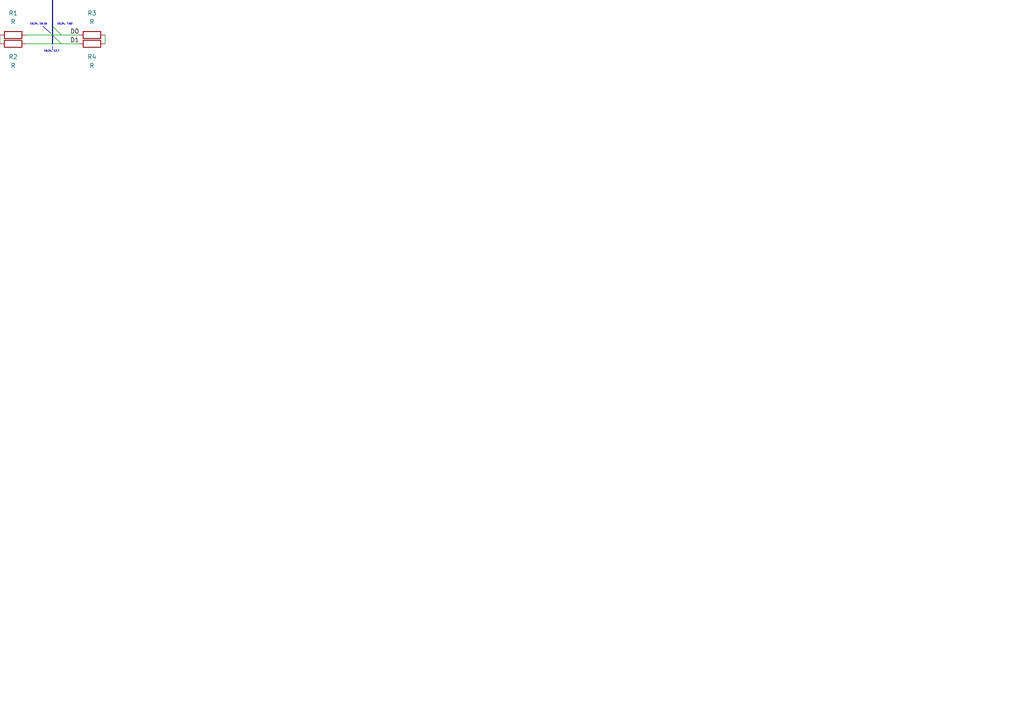
<source format=kicad_sch>
(kicad_sch (version 20211123) (generator eeschema)
  (paper "A4")
  (lib_symbols
    (symbol "Device:R" (pin_numbers hide) (pin_names (offset 0))
      (property "Reference" "R" (at 2.032 0 90))
      (property "Value" "R" (at 0 0 90))
      (symbol "R_0_1"
        (rectangle (start -1.016 -2.54) (end 1.016 2.54) (stroke (width 0.254)))
      )
      (symbol "R_1_1"
        (pin passive line (at 0 3.81 270) (length 1.27) (name "~") (number "1"))
        (pin passive line (at 0 -3.81 90) (length 1.27) (name "~") (number "2"))
      )
    )
  )
  (bus_entry (at 15.24 7.62) (size 2.54 2.54))
  (bus_entry (at 15.24 10.16) (size 2.54 2.54))
  (wire (pts (xy 0 10.16) (xy 0 12.7)))
  (bus (pts (xy 15.24 0) (xy 15.24 7.62)))
  (wire (pts (xy 15.24 10.16) (xy 17.78 10.16)))
  (polyline (pts (xy 15.24 13.208) (xy 15.24 14.478)) (stroke (width 0) (type solid)))
  (bus (pts (xy 15.24 10.16) (xy 15.24 12.7)))
  (wire (pts (xy 7.62 12.7) (xy 17.78 12.7)))
  (polyline (pts (xy 12.446 7.62) (xy 14.732 9.652)) (stroke (width 0) (type solid)))
  (bus (pts (xy 15.24 7.62) (xy 15.24 10.16)))
  (wire (pts (xy 30.48 10.16) (xy 30.48 12.7)))
  (wire (pts (xy 17.78 10.16) (xy 22.86 10.16)))
  (wire (pts (xy 17.78 12.7) (xy 22.86 12.7)))
  (wire (pts (xy 7.62 10.16) (xy 15.24 10.16)))
  (text "15.24, 12.7" (at 12.7 15.24 0) (effects (font (size 0.5 0.5)) (justify left bottom)))
  (text "15.24, 10.16" (at 8.636 7.366 0) (effects (font (size 0.5 0.5)) (justify left bottom)))
  (text "15.24, 7.62" (at 16.51 7.366 0) (effects (font (size 0.5 0.5)) (justify left bottom)))
  (label "D[0..1]" (at 15.24 0 0))
  (label "D0" (at 20.32 10.16 0))
  (label "D1" (at 20.32 12.7 0))
  (symbol (lib_id "Device:R") (at 26.67 12.7 90) (unit 1)
    (property "Reference" "R4" (at 26.67 16.51 90))
    (property "Value" "R" (at 26.67 19.05 90))
  )
  (symbol (lib_id "Device:R") (at 3.81 12.7 270) (mirror x) (unit 1)
    (property "Reference" "R2" (at 3.81 16.51 90))
    (property "Value" "R" (at 3.81 19.05 90))
  )
  (symbol (lib_id "Device:R") (at 3.81 10.16 270) (mirror x) (unit 1)
    (property "Reference" "R1" (at 3.81 3.81 90))
    (property "Value" "R" (at 3.81 6.35 90))
  )
  (symbol (lib_id "Device:R") (at 26.67 10.16 90) (unit 1)
    (property "Reference" "R3" (at 26.67 3.81 90))
    (property "Value" "R" (at 26.67 6.35 90))
  )
)
</source>
